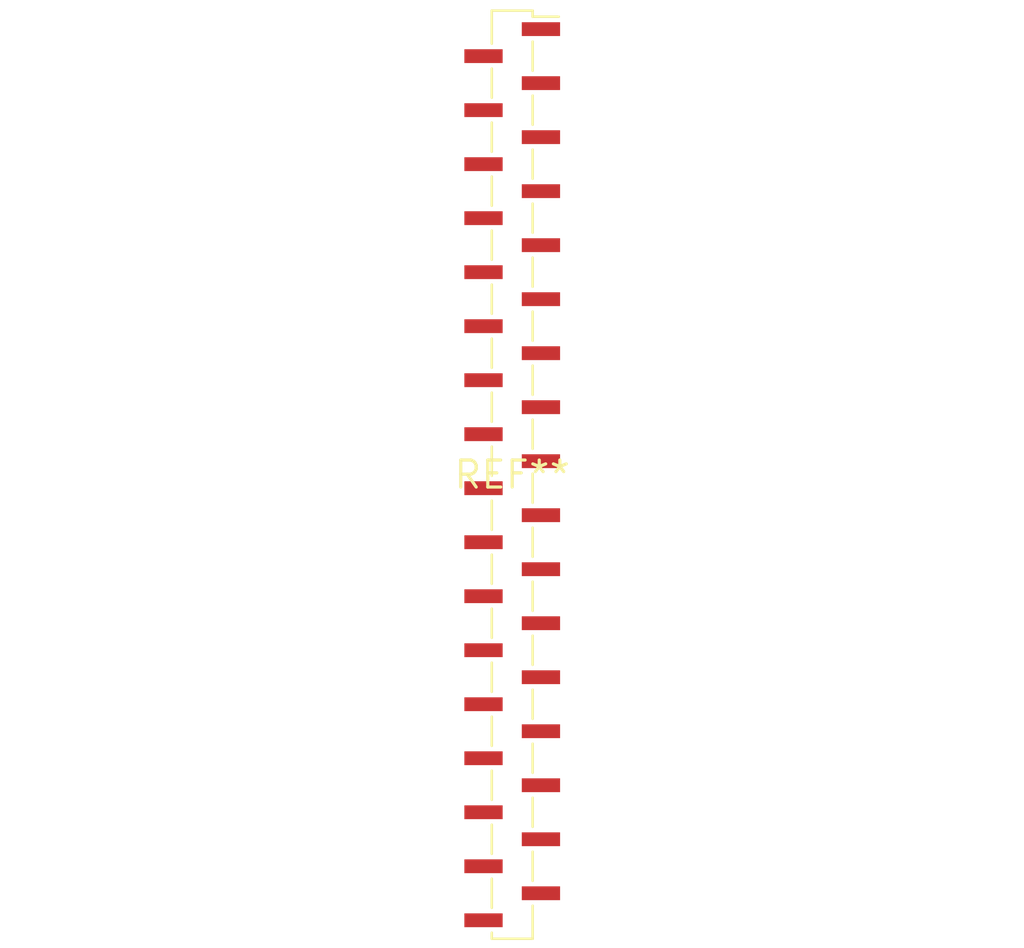
<source format=kicad_pcb>
(kicad_pcb (version 20240108) (generator pcbnew)
  (layers (0 "F.Cu" signal) (31 "B.Cu" signal) (34 "B.Paste" user) (35 "F.Paste" user) (36 "B.SilkS" user "B.Silkscreen") (37 "F.SilkS" user "F.Silkscreen") (38 "B.Mask" user) (39 "F.Mask" user) (44 "Edge.Cuts" user))
  (net 0 "")
  (footprint "PinSocket_1x34_P1.27mm_Vertical_SMD_Pin1Right" (layer "F.Cu") (at 0 0)
    (property "Reference" "REF**")
    (property "Value" "PinSocket_1x34_P1.27mm_Vertical_SMD_Pin1Right")
    (fp_line (start -0.96 -21.825) (end -0.96 -20.27) (layer "F.SilkS") (stroke (width 0.12)))
    (fp_line (start -0.96 -21.825) (end 0.96 -21.825) (layer "F.SilkS") (stroke (width 0.12)))
    (fp_line (start -0.96 -19.1) (end -0.96 -17.73) (layer "F.SilkS") (stroke (width 0.12)))
    (fp_line (start -0.96 -16.56) (end -0.96 -15.19) (layer "F.SilkS") (stroke (width 0.12)))
    (fp_line (start -0.96 -14.02) (end -0.96 -12.65) (layer "F.SilkS") (stroke (width 0.12)))
    (fp_line (start -0.96 -11.48) (end -0.96 -10.11) (layer "F.SilkS") (stroke (width 0.12)))
    (fp_line (start -0.96 -8.94) (end -0.96 -7.57) (layer "F.SilkS") (stroke (width 0.12)))
    (fp_line (start -0.96 -6.4) (end -0.96 -5.03) (layer "F.SilkS") (stroke (width 0.12)))
    (fp_line (start -0.96 -3.86) (end -0.96 -2.49) (layer "F.SilkS") (stroke (width 0.12)))
    (fp_line (start -0.96 -1.32) (end -0.96 0.05) (layer "F.SilkS") (stroke (width 0.12)))
    (fp_line (start -0.96 1.22) (end -0.96 2.59) (layer "F.SilkS") (stroke (width 0.12)))
    (fp_line (start -0.96 3.76) (end -0.96 5.13) (layer "F.SilkS") (stroke (width 0.12)))
    (fp_line (start -0.96 6.3) (end -0.96 7.67) (layer "F.SilkS") (stroke (width 0.12)))
    (fp_line (start -0.96 8.84) (end -0.96 10.21) (layer "F.SilkS") (stroke (width 0.12)))
    (fp_line (start -0.96 11.38) (end -0.96 12.75) (layer "F.SilkS") (stroke (width 0.12)))
    (fp_line (start -0.96 13.92) (end -0.96 15.29) (layer "F.SilkS") (stroke (width 0.12)))
    (fp_line (start -0.96 16.46) (end -0.96 17.83) (layer "F.SilkS") (stroke (width 0.12)))
    (fp_line (start -0.96 19) (end -0.96 20.37) (layer "F.SilkS") (stroke (width 0.12)))
    (fp_line (start -0.96 21.54) (end -0.96 21.825) (layer "F.SilkS") (stroke (width 0.12)))
    (fp_line (start -0.96 21.825) (end 0.96 21.825) (layer "F.SilkS") (stroke (width 0.12)))
    (fp_line (start 0.96 -21.825) (end 0.96 -21.54) (layer "F.SilkS") (stroke (width 0.12)))
    (fp_line (start 0.96 -21.54) (end 2.19 -21.54) (layer "F.SilkS") (stroke (width 0.12)))
    (fp_line (start 0.96 -20.37) (end 0.96 -19) (layer "F.SilkS") (stroke (width 0.12)))
    (fp_line (start 0.96 -17.83) (end 0.96 -16.46) (layer "F.SilkS") (stroke (width 0.12)))
    (fp_line (start 0.96 -15.29) (end 0.96 -13.92) (layer "F.SilkS") (stroke (width 0.12)))
    (fp_line (start 0.96 -12.75) (end 0.96 -11.38) (layer "F.SilkS") (stroke (width 0.12)))
    (fp_line (start 0.96 -10.21) (end 0.96 -8.84) (layer "F.SilkS") (stroke (width 0.12)))
    (fp_line (start 0.96 -7.67) (end 0.96 -6.3) (layer "F.SilkS") (stroke (width 0.12)))
    (fp_line (start 0.96 -5.13) (end 0.96 -3.76) (layer "F.SilkS") (stroke (width 0.12)))
    (fp_line (start 0.96 -2.59) (end 0.96 -1.22) (layer "F.SilkS") (stroke (width 0.12)))
    (fp_line (start 0.96 -0.05) (end 0.96 1.32) (layer "F.SilkS") (stroke (width 0.12)))
    (fp_line (start 0.96 2.49) (end 0.96 3.86) (layer "F.SilkS") (stroke (width 0.12)))
    (fp_line (start 0.96 5.03) (end 0.96 6.4) (layer "F.SilkS") (stroke (width 0.12)))
    (fp_line (start 0.96 7.57) (end 0.96 8.94) (layer "F.SilkS") (stroke (width 0.12)))
    (fp_line (start 0.96 10.11) (end 0.96 11.48) (layer "F.SilkS") (stroke (width 0.12)))
    (fp_line (start 0.96 12.65) (end 0.96 14.02) (layer "F.SilkS") (stroke (width 0.12)))
    (fp_line (start 0.96 15.19) (end 0.96 16.56) (layer "F.SilkS") (stroke (width 0.12)))
    (fp_line (start 0.96 17.73) (end 0.96 19.1) (layer "F.SilkS") (stroke (width 0.12)))
    (fp_line (start 0.96 20.27) (end 0.96 21.825) (layer "F.SilkS") (stroke (width 0.12)))
    (pad "1" smd rect (at 1.35 -20.955) (size 1.8 0.65) (layers "F.Cu" "F.Paste" "F.Mask"))
    (pad "2" smd rect (at -1.35 -19.685) (size 1.8 0.65) (layers "F.Cu" "F.Paste" "F.Mask"))
    (pad "3" smd rect (at 1.35 -18.415) (size 1.8 0.65) (layers "F.Cu" "F.Paste" "F.Mask"))
    (pad "4" smd rect (at -1.35 -17.145) (size 1.8 0.65) (layers "F.Cu" "F.Paste" "F.Mask"))
    (pad "5" smd rect (at 1.35 -15.875) (size 1.8 0.65) (layers "F.Cu" "F.Paste" "F.Mask"))
    (pad "6" smd rect (at -1.35 -14.605) (size 1.8 0.65) (layers "F.Cu" "F.Paste" "F.Mask"))
    (pad "7" smd rect (at 1.35 -13.335) (size 1.8 0.65) (layers "F.Cu" "F.Paste" "F.Mask"))
    (pad "8" smd rect (at -1.35 -12.065) (size 1.8 0.65) (layers "F.Cu" "F.Paste" "F.Mask"))
    (pad "9" smd rect (at 1.35 -10.795) (size 1.8 0.65) (layers "F.Cu" "F.Paste" "F.Mask"))
    (pad "10" smd rect (at -1.35 -9.525) (size 1.8 0.65) (layers "F.Cu" "F.Paste" "F.Mask"))
    (pad "11" smd rect (at 1.35 -8.255) (size 1.8 0.65) (layers "F.Cu" "F.Paste" "F.Mask"))
    (pad "12" smd rect (at -1.35 -6.985) (size 1.8 0.65) (layers "F.Cu" "F.Paste" "F.Mask"))
    (pad "13" smd rect (at 1.35 -5.715) (size 1.8 0.65) (layers "F.Cu" "F.Paste" "F.Mask"))
    (pad "14" smd rect (at -1.35 -4.445) (size 1.8 0.65) (layers "F.Cu" "F.Paste" "F.Mask"))
    (pad "15" smd rect (at 1.35 -3.175) (size 1.8 0.65) (layers "F.Cu" "F.Paste" "F.Mask"))
    (pad "16" smd rect (at -1.35 -1.905) (size 1.8 0.65) (layers "F.Cu" "F.Paste" "F.Mask"))
    (pad "17" smd rect (at 1.35 -0.635) (size 1.8 0.65) (layers "F.Cu" "F.Paste" "F.Mask"))
    (pad "18" smd rect (at -1.35 0.635) (size 1.8 0.65) (layers "F.Cu" "F.Paste" "F.Mask"))
    (pad "19" smd rect (at 1.35 1.905) (size 1.8 0.65) (layers "F.Cu" "F.Paste" "F.Mask"))
    (pad "20" smd rect (at -1.35 3.175) (size 1.8 0.65) (layers "F.Cu" "F.Paste" "F.Mask"))
    (pad "21" smd rect (at 1.35 4.445) (size 1.8 0.65) (layers "F.Cu" "F.Paste" "F.Mask"))
    (pad "22" smd rect (at -1.35 5.715) (size 1.8 0.65) (layers "F.Cu" "F.Paste" "F.Mask"))
    (pad "23" smd rect (at 1.35 6.985) (size 1.8 0.65) (layers "F.Cu" "F.Paste" "F.Mask"))
    (pad "24" smd rect (at -1.35 8.255) (size 1.8 0.65) (layers "F.Cu" "F.Paste" "F.Mask"))
    (pad "25" smd rect (at 1.35 9.525) (size 1.8 0.65) (layers "F.Cu" "F.Paste" "F.Mask"))
    (pad "26" smd rect (at -1.35 10.795) (size 1.8 0.65) (layers "F.Cu" "F.Paste" "F.Mask"))
    (pad "27" smd rect (at 1.35 12.065) (size 1.8 0.65) (layers "F.Cu" "F.Paste" "F.Mask"))
    (pad "28" smd rect (at -1.35 13.335) (size 1.8 0.65) (layers "F.Cu" "F.Paste" "F.Mask"))
    (pad "29" smd rect (at 1.35 14.605) (size 1.8 0.65) (layers "F.Cu" "F.Paste" "F.Mask"))
    (pad "30" smd rect (at -1.35 15.875) (size 1.8 0.65) (layers "F.Cu" "F.Paste" "F.Mask"))
    (pad "31" smd rect (at 1.35 17.145) (size 1.8 0.65) (layers "F.Cu" "F.Paste" "F.Mask"))
    (pad "32" smd rect (at -1.35 18.415) (size 1.8 0.65) (layers "F.Cu" "F.Paste" "F.Mask"))
    (pad "33" smd rect (at 1.35 19.685) (size 1.8 0.65) (layers "F.Cu" "F.Paste" "F.Mask"))
    (pad "34" smd rect (at -1.35 20.955) (size 1.8 0.65) (layers "F.Cu" "F.Paste" "F.Mask"))
  )
)
</source>
